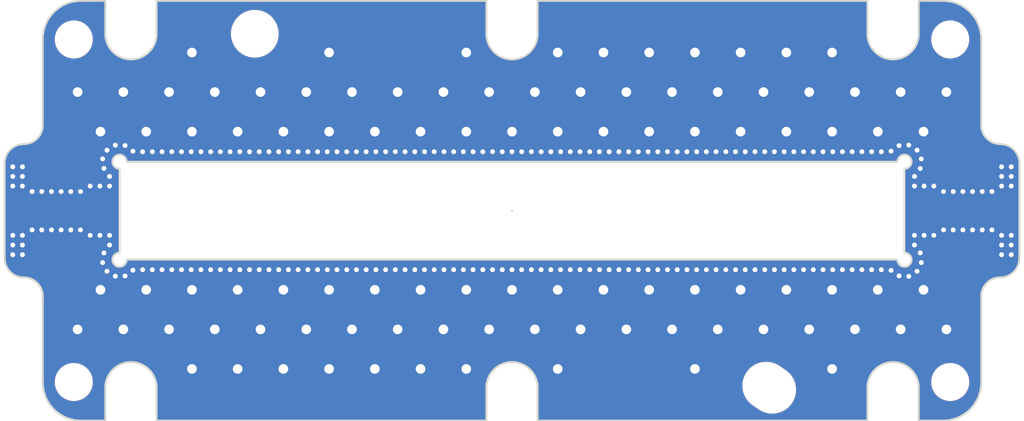
<source format=kicad_pcb>
(kicad_pcb (version 20241229) (generator "pcbnew") (generator_version "9.0")
  (layers (0 "F.Cu" signal) (2 "B.Cu" signal) (13 "F.Paste" user) (15 "B.Paste" user) (5 "F.SilkS" user "F.Silkscreen") (7 "B.SilkS" user "B.Silkscreen") (1 "F.Mask" user) (3 "B.Mask" user) (25 "Edge.Cuts" user))
  (net 0 "")
  (net 1 "GND")
  (net 2 "1")
  (net 3 "2")
  (footprint "" (layer "F.Cu") (at -23 -9)
    (property "Reference" "FID1" (hide yes))
    (property "Value" "MOUNTING_HOLE" (hide yes))
    (pad "" np_thru_hole circle (at 0 0) (size 1.5 1.5) (drill 1.5) (layers "*.Cu" "*.Mask"))
  )
  (footprint "" (layer "F.Cu") (at 13.5 9.3 55.43747535)
    (property "Reference" "DOWEL2" (hide yes))
    (property "Value" "MOUNTING_HOLE" (hide yes))
    (pad "" np_thru_hole oval (at 0 0 55.43747535) (size 2.009999 2.390999) (drill oval 2.01 2.391) (layers "*.Cu" "*.Mask"))
  )
  (footprint "" (layer "F.Cu") (at 0 0)
    (property "Reference" "CUTOUT1" (hide yes))
    (property "Value" "CHIP_CUTOUT" (hide yes))
    (fp_line (start -20.6 2.2) (end -20.6 -2.2) (stroke (width 0.1)) (layer "Edge.Cuts"))
    (fp_line (start 20.225 -2.575) (end -20.225 -2.575) (stroke (width 0.1)) (layer "Edge.Cuts"))
    (fp_line (start 20.225 2.575) (end -20.225 2.575) (stroke (width 0.1)) (layer "Edge.Cuts"))
    (fp_line (start 20.6 2.2) (end 20.6 -2.2) (stroke (width 0.1)) (layer "Edge.Cuts"))
    (fp_arc (start -20.6 -2.2) (mid -20.865165 -2.840165) (end -20.225 -2.575) (stroke (width 0.1)) (layer "Edge.Cuts"))
    (fp_arc (start -20.225 2.575) (mid -20.865165 2.840165) (end -20.6 2.2) (stroke (width 0.1)) (layer "Edge.Cuts"))
    (fp_arc (start 20.225 -2.575) (mid 20.865165 -2.840165) (end 20.6 -2.2) (stroke (width 0.1)) (layer "Edge.Cuts"))
    (fp_arc (start 20.6 2.2) (mid 20.865165 2.840165) (end 20.225 2.575) (stroke (width 0.1)) (layer "Edge.Cuts"))
    (pad "1" smd custom (at -22.574358 0) (size 0.25 0.25) (layers "F.Cu" "F.Mask") (net 2 "1") (options (clearance outline) (anchor circle)) (primitives (gr_poly (pts (xy 0.714 -0.15) (xy 0.334 -0.15) (xy 0.334 -0.363) (xy -1.974 -0.363) (xy -1.974 0.363) (xy 0.334 0.363) (xy 0.334 0.15) (xy 0.714 0.15) (xy 0.714 0.65) (xy 1.974 0.65) (xy 1.974 -0.65) (xy 0.714 -0.65) (xy 0.714 -0.15)) (width 0) (fill yes))))
    (pad "2" smd custom (at -22.574358 0) (size 0.1 0.1) (layers "F.Cu") (net 1 "GND") (options (clearance outline) (anchor circle)) (primitives (gr_poly (pts (xy 0.334 0.563) (xy -1.974 0.563) (xy -1.974 1.25) (xy 1.974 1.25) (xy 1.974 0.85) (xy 0.334 0.85) (xy 0.334 0.563)) (width 0) (fill yes))))
    (pad "2" smd custom (at -22.574358 0) (size 0.1 0.1) (layers "F.Cu") (net 1 "GND") (options (clearance outline) (anchor circle)) (primitives (gr_poly (pts (xy -1.974 -1.25) (xy -1.974 -0.563) (xy 0.334 -0.563) (xy 0.334 -0.85) (xy 1.974 -0.85) (xy 1.974 -1.25) (xy -1.974 -1.25)) (width 0) (fill yes))))
    (pad "2" smd custom (at 22.574358 0) (size 0.1 0.1) (layers "F.Cu") (net 1 "GND") (options (clearance outline) (anchor circle)) (primitives (gr_poly (pts (xy -0.334 0.563) (xy 1.974 0.563) (xy 1.974 1.25) (xy -1.974 1.25) (xy -1.974 0.85) (xy -0.334 0.85) (xy -0.334 0.563)) (width 0) (fill yes))))
    (pad "2" smd custom (at 22.574358 0) (size 0.1 0.1) (layers "F.Cu") (net 1 "GND") (options (clearance outline) (anchor circle)) (primitives (gr_poly (pts (xy 1.974 -1.25) (xy 1.974 -0.563) (xy -0.334 -0.563) (xy -0.334 -0.85) (xy -1.974 -0.85) (xy -1.974 -1.25) (xy 1.974 -1.25)) (width 0) (fill yes))))
    (pad "2" smd custom (at 22.574358 0) (size 0.25 0.25) (layers "F.Cu" "F.Mask") (net 3 "2") (options (clearance outline) (anchor circle)) (primitives (gr_poly (pts (xy -0.714 -0.15) (xy -0.334 -0.15) (xy -0.334 -0.363) (xy 1.974 -0.363) (xy 1.974 0.363) (xy -0.334 0.363) (xy -0.334 0.15) (xy -0.714 0.15) (xy -0.714 0.65) (xy -1.974 0.65) (xy -1.974 -0.65) (xy -0.714 -0.65) (xy -0.714 -0.15)) (width 0) (fill yes))))
    (zone (net 0) (net_name "") (layer "F.Cu") (name "Panel Keepout") (connect_pads (clearance 0)) (min_thickness 0.25)
      (keepout (tracks allowed) (vias not_allowed) (pads allowed) (copperpour not_allowed) (footprints not_allowed))
      (fill (thermal_gap 0.5) (thermal_bridge_width 0.5))
      (polygon (pts (xy -24.548717 -1.25) (xy -20.6 -1.25) (xy -20.6 1.25) (xy -24.548717 1.25)))
    )
    (zone (net 0) (net_name "") (layer "F.Cu") (name "Panel Keepout") (connect_pads (clearance 0)) (min_thickness 0.25)
      (keepout (tracks allowed) (vias not_allowed) (pads allowed) (copperpour not_allowed) (footprints not_allowed))
      (fill (thermal_gap 0.5) (thermal_bridge_width 0.5))
      (polygon (pts (xy 20.6 -1.25) (xy 24.548717 -1.25) (xy 24.548717 1.25) (xy 20.6 1.25)))
    )
  )
  (footprint "" (layer "F.Cu") (at 23 9)
    (property "Reference" "FID4" (hide yes))
    (property "Value" "MOUNTING_HOLE" (hide yes))
    (pad "" np_thru_hole circle (at 0 0) (size 1.5 1.5) (drill 1.5) (layers "*.Cu" "*.Mask"))
  )
  (footprint "" (layer "F.Cu") (at -23 9)
    (property "Reference" "FID2" (hide yes))
    (property "Value" "MOUNTING_HOLE" (hide yes))
    (pad "" np_thru_hole circle (at 0 0) (size 1.5 1.5) (drill 1.5) (layers "*.Cu" "*.Mask"))
  )
  (footprint "" (layer "F.Cu") (at 23 -9)
    (property "Reference" "FID3" (hide yes))
    (property "Value" "MOUNTING_HOLE" (hide yes))
    (pad "" np_thru_hole circle (at 0 0) (size 1.5 1.5) (drill 1.5) (layers "*.Cu" "*.Mask"))
  )
  (footprint "" (layer "F.Cu") (at -13.5 -9.3)
    (property "Reference" "DOWEL1" (hide yes))
    (property "Value" "MOUNTING_HOLE" (hide yes))
    (pad "" np_thru_hole circle (at 0 0) (size 2.009999 2.009999) (drill 2.009999) (layers "*.Cu" "*.Mask"))
  )
  (footprint "" (layer "F.Cu") (at -26.6238 0)
    (property "Reference" "J1" (hide yes))
    (property "Value" "PANEL" (hide yes))
    (pad "1" smd custom (at 1 0) (size 0.05 0.05) (layers "F.Cu") (net 2 "1") (options (clearance outline) (anchor circle)) (primitives (gr_poly (pts (xy -0.15 -0.2) (xy 0.08 -0.2) (xy 0.08 -0.363) (xy 2.382 -0.363) (xy 2.382 0.363) (xy 0.08 0.363) (xy 0.08 0.2) (xy -0.15 0.2) (xy -0.15 0.55) (xy -0.924 0.55) (xy -0.924 -0.55) (xy -0.15 -0.55) (xy -0.15 -0.2)) (width 0) (fill yes))))
    (pad "2" smd custom (at 1 -1) (size 0.1 0.1) (layers "F.Cu") (net 1 "GND") (options (clearance outline) (anchor circle)) (primitives (gr_poly (pts (xy 2.382 -1.45) (xy 2.382 0.436999) (xy 0.08 0.436999) (xy 0.08 0.15) (xy -1 0.15) (xy -1 -1.45) (xy 2.382 -1.45)) (width 0) (fill yes))))
    (pad "2" smd custom (at 1 1) (size 0.1 0.1) (layers "F.Cu") (net 1 "GND") (options (clearance outline) (anchor circle)) (primitives (gr_poly (pts (xy 0.08 -0.436999) (xy 2.382 -0.436999) (xy 2.382 1.45) (xy -1 1.45) (xy -1 -0.15) (xy 0.08 -0.15) (xy 0.08 -0.436999)) (width 0) (fill yes))))
    (zone (net 0) (net_name "") (layer "F.Cu") (name "Panel Keepout") (connect_pads (clearance 0)) (min_thickness 0.25)
      (keepout (tracks allowed) (vias not_allowed) (pads allowed) (copperpour not_allowed) (footprints not_allowed))
      (fill (thermal_gap 0.5) (thermal_bridge_width 0.5))
      (polygon (pts (xy -26.6238 -1.7) (xy -23.341466 -1.7) (xy -23.341466 1.7) (xy -26.6238 1.7)))
    )
  )
  (footprint "" (layer "F.Cu") (at 26.6238 0 180)
    (property "Reference" "J1" (hide yes))
    (property "Value" "PANEL" (hide yes))
    (pad "1" smd custom (at 1 0 180) (size 0.05 0.05) (layers "F.Cu") (net 3 "2") (options (clearance outline) (anchor circle)) (primitives (gr_poly (pts (xy -0.15 -0.2) (xy 0.08 -0.2) (xy 0.08 -0.363) (xy 2.382 -0.363) (xy 2.382 0.363) (xy 0.08 0.363) (xy 0.08 0.2) (xy -0.15 0.2) (xy -0.15 0.55) (xy -0.924 0.55) (xy -0.924 -0.55) (xy -0.15 -0.55) (xy -0.15 -0.2)) (width 0) (fill yes))))
    (pad "2" smd custom (at 0.999999 1 180) (size 0.1 0.1) (layers "F.Cu") (net 1 "GND") (options (clearance outline) (anchor circle)) (primitives (gr_poly (pts (xy 0.08 -0.436999) (xy 2.382 -0.436999) (xy 2.382 1.45) (xy -1 1.45) (xy -1 -0.15) (xy 0.08 -0.15) (xy 0.08 -0.436999)) (width 0) (fill yes))))
    (pad "2" smd custom (at 1 -0.999999 180) (size 0.1 0.1) (layers "F.Cu") (net 1 "GND") (options (clearance outline) (anchor circle)) (primitives (gr_poly (pts (xy 2.382 -1.45) (xy 2.382 0.436999) (xy 0.08 0.436999) (xy 0.08 0.15) (xy -1 0.15) (xy -1 -1.45) (xy 2.382 -1.45)) (width 0) (fill yes))))
    (zone (net 0) (net_name "") (layer "F.Cu") (name "Panel Keepout") (connect_pads (clearance 0)) (min_thickness 0.25)
      (keepout (tracks allowed) (vias not_allowed) (pads allowed) (copperpour not_allowed) (footprints not_allowed))
      (fill (thermal_gap 0.5) (thermal_bridge_width 0.5))
      (polygon (pts (xy 26.6238 1.7) (xy 23.341466 1.699999) (xy 23.341466 -1.7) (xy 26.6238 -1.7)))
    )
  )
  (gr_arc (start 18.65 9.3) (mid 20 7.95) (end 21.35 9.3) (stroke (width 0.1)) (layer "Edge.Cuts"))
  (gr_arc (start 22.6238 -11.0238) (mid 24.038014 -10.438014) (end 24.6238 -9.0238) (stroke (width 0.1)) (layer "Edge.Cuts"))
  (gr_arc (start -24.6238 -9.0238) (mid -24.038014 -10.438013) (end -22.6238 -11.0238) (stroke (width 0.1)) (layer "Edge.Cuts"))
  (gr_arc (start 25.6238 -3.5) (mid 24.916694 -3.792893) (end 24.6238 -4.5) (stroke (width 0.1)) (layer "Edge.Cuts"))
  (gr_arc (start -24.6238 -4.5) (mid -24.916694 -3.792894) (end -25.6238 -3.5) (stroke (width 0.1)) (layer "Edge.Cuts"))
  (gr_line (start -21.35 -11.0238) (end -21.35 -9.3) (stroke (width 0.1)) (layer "Edge.Cuts"))
  (gr_line (start -24.6238 4.5) (end -24.6238 9.0238) (stroke (width 0.1)) (layer "Edge.Cuts"))
  (gr_line (start 21.35 11.0238) (end 22.6238 11.0238) (stroke (width 0.1)) (layer "Edge.Cuts"))
  (gr_line (start 1.35 9.3) (end 1.35 11.0238) (stroke (width 0.1)) (layer "Edge.Cuts"))
  (gr_line (start 21.35 9.3) (end 21.35 11.0238) (stroke (width 0.1)) (layer "Edge.Cuts"))
  (gr_arc (start 24.6238 9.0238) (mid 24.038014 10.438013) (end 22.6238 11.0238) (stroke (width 0.1)) (layer "Edge.Cuts"))
  (gr_line (start -18.65 9.3) (end -18.65 11.0238) (stroke (width 0.1)) (layer "Edge.Cuts"))
  (gr_line (start 21.35 -11.0238) (end 22.6238 -11.0238) (stroke (width 0.1)) (layer "Edge.Cuts"))
  (gr_arc (start -26.6238 -2.5) (mid -26.330906 -3.207106) (end -25.6238 -3.5) (stroke (width 0.1)) (layer "Edge.Cuts"))
  (gr_line (start -1.35 11.0238) (end -1.35 9.3) (stroke (width 0.1)) (layer "Edge.Cuts"))
  (gr_line (start 0 0) (end 0 0) (stroke (width 0.1)) (layer "Edge.Cuts"))
  (gr_arc (start -25.6238 3.5) (mid -24.916694 3.792893) (end -24.6238 4.5) (stroke (width 0.1)) (layer "Edge.Cuts"))
  (gr_arc (start 26.6238 2.5) (mid 26.330906 3.207106) (end 25.6238 3.5) (stroke (width 0.1)) (layer "Edge.Cuts"))
  (gr_line (start -26.6238 -2.5) (end -26.6238 2.5) (stroke (width 0.1)) (layer "Edge.Cuts"))
  (gr_line (start 24.6238 -4.5) (end 24.6238 -9.0238) (stroke (width 0.1)) (layer "Edge.Cuts"))
  (gr_line (start 26.6238 2.5) (end 26.6238 -2.5) (stroke (width 0.1)) (layer "Edge.Cuts"))
  (gr_line (start -24.6238 -4.5) (end -24.6238 -9.0238) (stroke (width 0.1)) (layer "Edge.Cuts"))
  (gr_line (start -21.35 11.0238) (end -21.35 9.3) (stroke (width 0.1)) (layer "Edge.Cuts"))
  (gr_arc (start -21.35 9.3) (mid -20 7.95) (end -18.65 9.3) (stroke (width 0.1)) (layer "Edge.Cuts"))
  (gr_line (start -18.65 -11.0238) (end -1.35 -11.0238) (stroke (width 0.1)) (layer "Edge.Cuts"))
  (gr_arc (start 24.6238 4.5) (mid 24.916693 3.792893) (end 25.6238 3.5) (stroke (width 0.1)) (layer "Edge.Cuts"))
  (gr_line (start 0 0) (end 0 0) (stroke (width 0.1)) (layer "Edge.Cuts"))
  (gr_arc (start -1.35 9.3) (mid 0 7.95) (end 1.35 9.3) (stroke (width 0.1)) (layer "Edge.Cuts"))
  (gr_arc (start -18.65 -9.3) (mid -20 -7.95) (end -21.35 -9.3) (stroke (width 0.1)) (layer "Edge.Cuts"))
  (gr_line (start -1.35 -11.0238) (end -1.35 -9.3) (stroke (width 0.1)) (layer "Edge.Cuts"))
  (gr_arc (start 25.6238 -3.5) (mid 26.330907 -3.207107) (end 26.6238 -2.5) (stroke (width 0.1)) (layer "Edge.Cuts"))
  (gr_arc (start 21.35 -9.3) (mid 20 -7.95) (end 18.65 -9.3) (stroke (width 0.1)) (layer "Edge.Cuts"))
  (gr_line (start -18.65 -9.3) (end -18.65 -11.0238) (stroke (width 0.1)) (layer "Edge.Cuts"))
  (gr_line (start 21.35 -9.3) (end 21.35 -11.0238) (stroke (width 0.1)) (layer "Edge.Cuts"))
  (gr_arc (start -25.6238 3.5) (mid -26.330906 3.207106) (end -26.6238 2.5) (stroke (width 0.1)) (layer "Edge.Cuts"))
  (gr_line (start 1.35 11.0238) (end 18.65 11.0238) (stroke (width 0.1)) (layer "Edge.Cuts"))
  (gr_line (start 1.35 -11.0238) (end 18.65 -11.0238) (stroke (width 0.1)) (layer "Edge.Cuts"))
  (gr_line (start -22.6238 11.0238) (end -21.35 11.0238) (stroke (width 0.1)) (layer "Edge.Cuts"))
  (gr_line (start 1.35 -9.3) (end 1.35 -11.0238) (stroke (width 0.1)) (layer "Edge.Cuts"))
  (gr_line (start 24.6238 4.5) (end 24.6238 9.0238) (stroke (width 0.1)) (layer "Edge.Cuts"))
  (gr_line (start -18.65 11.0238) (end -1.35 11.0238) (stroke (width 0.1)) (layer "Edge.Cuts"))
  (gr_arc (start 1.35 -9.3) (mid 0 -7.95) (end -1.35 -9.3) (stroke (width 0.1)) (layer "Edge.Cuts"))
  (gr_line (start 18.65 -11.0238) (end 18.65 -9.3) (stroke (width 0.1)) (layer "Edge.Cuts"))
  (gr_arc (start -22.6238 11.0238) (mid -24.038014 10.438014) (end -24.6238 9.0238) (stroke (width 0.1)) (layer "Edge.Cuts"))
  (gr_line (start 18.65 11.0238) (end 18.65 9.3) (stroke (width 0.1)) (layer "Edge.Cuts"))
  (gr_line (start -22.6238 -11.0238) (end -21.35 -11.0238) (stroke (width 0.1)) (layer "Edge.Cuts"))
  (gr_text "2G3" (at 7 9.3 0) (layer "F.Cu" knockout) (effects (font (size 1.27 1.27))))
  (gr_text "007" (at -7 -9.3 0) (layer "F.Cu" knockout) (effects (font (size 1.27 1.27))))
  (via (at -10.8 -6.235382) (size 1.016) (drill 0.508) (layers "F.Cu" "B.Cu") (net 1))
  (via (at 6 6.235382) (size 1.016) (drill 0.508) (layers "F.Cu" "B.Cu") (net 1))
  (via (at 21.124699 -1.2945) (size 0.508) (drill 0.254) (layers "F.Cu" "B.Cu") (net 1))
  (via (at -21.488478 2.724995) (size 0.508) (drill 0.254) (layers "F.Cu" "B.Cu") (net 1))
  (via (at -18 -6.235382) (size 1.016) (drill 0.508) (layers "F.Cu" "B.Cu") (net 1))
  (via (at -24.1727 -1.006999) (size 0.508) (drill 0.254) (layers "F.Cu" "B.Cu") (net 1))
  (via (at 19.384872 3.1) (size 0.508) (drill 0.254) (layers "F.Cu" "B.Cu") (net 1))
  (via (at 25.6967 -1.2945) (size 0.508) (drill 0.254) (layers "F.Cu" "B.Cu") (net 1))
  (via (at 3.059266 3.1) (size 0.508) (drill 0.254) (layers "F.Cu" "B.Cu") (net 1))
  (via (at 9.691543 3.1) (size 0.508) (drill 0.254) (layers "F.Cu" "B.Cu") (net 1))
  (via (at 1.018426 -3.1) (size 0.508) (drill 0.254) (layers "F.Cu" "B.Cu") (net 1))
  (via (at 22.1407 1.294499) (size 0.508) (drill 0.254) (layers "F.Cu" "B.Cu") (net 1))
  (via (at -12.756009 -3.1) (size 0.508) (drill 0.254) (layers "F.Cu" "B.Cu") (net 1))
  (via (at -12 8.313843) (size 1.016) (drill 0.508) (layers "F.Cu" "B.Cu") (net 1))
  (via (at -14.399999 8.313843) (size 1.016) (drill 0.508) (layers "F.Cu" "B.Cu") (net 1))
  (via (at -20.4 6.235382) (size 1.016) (drill 0.508) (layers "F.Cu" "B.Cu") (net 1))
  (via (at 20.4 6.235382) (size 1.016) (drill 0.508) (layers "F.Cu" "B.Cu") (net 1))
  (via (at -10.205187 -3.1) (size 0.508) (drill 0.254) (layers "F.Cu" "B.Cu") (net 1))
  (via (at 21.480218 -2.722872) (size 0.508) (drill 0.254) (layers "F.Cu" "B.Cu") (net 1))
  (via (at -10.799999 6.235382) (size 1.016) (drill 0.508) (layers "F.Cu" "B.Cu") (net 1))
  (via (at -13.2 -6.235382) (size 1.016) (drill 0.508) (layers "F.Cu" "B.Cu") (net 1))
  (via (at 21.6 4.156921) (size 1.016) (drill 0.508) (layers "F.Cu" "B.Cu") (net 1))
  (via (at -3.599999 6.235382) (size 1.016) (drill 0.508) (layers "F.Cu" "B.Cu") (net 1))
  (via (at -23.156699 -1.006999) (size 0.508) (drill 0.254) (layers "F.Cu" "B.Cu") (net 1))
  (via (at 9.6 8.313843) (size 1.016) (drill 0.508) (layers "F.Cu" "B.Cu") (net 1))
  (via (at -4.083186 3.1) (size 0.508) (drill 0.254) (layers "F.Cu" "B.Cu") (net 1))
  (via (at -23.664699 -1.006999) (size 0.508) (drill 0.254) (layers "F.Cu" "B.Cu") (net 1))
  (via (at 24.680699 -1.006999) (size 0.508) (drill 0.254) (layers "F.Cu" "B.Cu") (net 1))
  (via (at 21.6327 -1.2945) (size 0.508) (drill 0.254) (layers "F.Cu" "B.Cu") (net 1))
  (via (at 14.793295 3.1) (size 0.508) (drill 0.254) (layers "F.Cu" "B.Cu") (net 1))
  (via (at -9.184937 3.1) (size 0.508) (drill 0.254) (layers "F.Cu" "B.Cu") (net 1))
  (via (at 14.4 4.156921) (size 1.016) (drill 0.508) (layers "F.Cu" "B.Cu") (net 1))
  (via (at -18.87798 -3.1) (size 0.508) (drill 0.254) (layers "F.Cu" "B.Cu") (net 1))
  (via (at -26.2047 1.8025) (size 0.508) (drill 0.254) (layers "F.Cu" "B.Cu") (net 1))
  (via (at 3.569441 3.1) (size 0.508) (drill 0.254) (layers "F.Cu" "B.Cu") (net 1))
  (via (at -7.144237 3.1) (size 0.508) (drill 0.254) (layers "F.Cu" "B.Cu") (net 1))
  (via (at 5.609904 -3.1) (size 0.508) (drill 0.254) (layers "F.Cu" "B.Cu") (net 1))
  (via (at 2.4 8.313843) (size 1.016) (drill 0.508) (layers "F.Cu" "B.Cu") (net 1))
  (via (at -7.199999 4.156921) (size 1.016) (drill 0.508) (layers "F.Cu" "B.Cu") (net 1))
  (via (at -3.062887 -3.1) (size 0.508) (drill 0.254) (layers "F.Cu" "B.Cu") (net 1))
  (via (at 13.772945 3.1) (size 0.508) (drill 0.254) (layers "F.Cu" "B.Cu") (net 1))
  (via (at 16.799999 -4.156921) (size 1.016) (drill 0.508) (layers "F.Cu" "B.Cu") (net 1))
  (via (at -0.001902 -3.1) (size 0.508) (drill 0.254) (layers "F.Cu" "B.Cu") (net 1))
  (via (at 21.425087 2.214866) (size 0.508) (drill 0.254) (layers "F.Cu" "B.Cu") (net 1))
  (via (at 6.120069 -3.1) (size 0.508) (drill 0.254) (layers "F.Cu" "B.Cu") (net 1))
  (via (at 21.124699 1.802499) (size 0.508) (drill 0.254) (layers "F.Cu" "B.Cu") (net 1))
  (via (at -15.30704 3.1) (size 0.508) (drill 0.254) (layers "F.Cu" "B.Cu") (net 1))
  (via (at -1.199999 6.235382) (size 1.016) (drill 0.508) (layers "F.Cu" "B.Cu") (net 1))
  (via (at -4.8 -4.156921) (size 1.016) (drill 0.508) (layers "F.Cu" "B.Cu") (net 1))
  (via (at -2.042559 -3.1) (size 0.508) (drill 0.254) (layers "F.Cu" "B.Cu") (net 1))
  (via (at 26.2047 2.3105) (size 0.508) (drill 0.254) (layers "F.Cu" "B.Cu") (net 1))
  (via (at -11.999999 4.156921) (size 1.016) (drill 0.508) (layers "F.Cu" "B.Cu") (net 1))
  (via (at -8.164587 3.1) (size 0.508) (drill 0.254) (layers "F.Cu" "B.Cu") (net 1))
  (via (at -19.388441 3.1) (size 0.508) (drill 0.254) (layers "F.Cu" "B.Cu") (net 1))
  (via (at -25.6967 -2.3105) (size 0.508) (drill 0.254) (layers "F.Cu" "B.Cu") (net 1))
  (via (at 25.6967 -2.3105) (size 0.508) (drill 0.254) (layers "F.Cu" "B.Cu") (net 1))
  (via (at 22.648699 -1.006999) (size 0.508) (drill 0.254) (layers "F.Cu" "B.Cu") (net 1))
  (via (at -26.2047 -2.3105) (size 0.508) (drill 0.254) (layers "F.Cu" "B.Cu") (net 1))
  (via (at -3.573052 -3.1) (size 0.508) (drill 0.254) (layers "F.Cu" "B.Cu") (net 1))
  (via (at 10.799999 -6.235382) (size 1.016) (drill 0.508) (layers "F.Cu" "B.Cu") (net 1))
  (via (at 20.825037 3.447987) (size 0.508) (drill 0.254) (layers "F.Cu" "B.Cu") (net 1))
  (via (at 11.731876 -3.1) (size 0.508) (drill 0.254) (layers "F.Cu" "B.Cu") (net 1))
  (via (at -19.897957 3.125917) (size 0.508) (drill 0.254) (layers "F.Cu" "B.Cu") (net 1))
  (via (at -21.124699 -1.8025) (size 0.508) (drill 0.254) (layers "F.Cu" "B.Cu") (net 1))
  (via (at 11.222069 3.1) (size 0.508) (drill 0.254) (layers "F.Cu" "B.Cu") (net 1))
  (via (at -20.819863 3.44089) (size 0.508) (drill 0.254) (layers "F.Cu" "B.Cu") (net 1))
  (via (at 10.711547 -3.1) (size 0.508) (drill 0.254) (layers "F.Cu" "B.Cu") (net 1))
  (via (at -9.184859 -3.1) (size 0.508) (drill 0.254) (layers "F.Cu" "B.Cu") (net 1))
  (via (at 0.508262 -3.1) (size 0.508) (drill 0.254) (layers "F.Cu" "B.Cu") (net 1))
  (via (at -16.799999 -4.156921) (size 1.016) (drill 0.508) (layers "F.Cu" "B.Cu") (net 1))
  (via (at -21.124699 -1.2945) (size 0.508) (drill 0.254) (layers "F.Cu" "B.Cu") (net 1))
  (via (at 8.160726 -3.1) (size 0.508) (drill 0.254) (layers "F.Cu" "B.Cu") (net 1))
  (via (at -15.817215 3.1) (size 0.508) (drill 0.254) (layers "F.Cu" "B.Cu") (net 1))
  (via (at -7.654366 -3.1) (size 0.508) (drill 0.254) (layers "F.Cu" "B.Cu") (net 1))
  (via (at 13.26277 3.1) (size 0.508) (drill 0.254) (layers "F.Cu" "B.Cu") (net 1))
  (via (at 21.124699 1.294499) (size 0.508) (drill 0.254) (layers "F.Cu" "B.Cu") (net 1))
  (via (at -26.2047 1.2945) (size 0.508) (drill 0.254) (layers "F.Cu" "B.Cu") (net 1))
  (via (at 8.67089 -3.1) (size 0.508) (drill 0.254) (layers "F.Cu" "B.Cu") (net 1))
  (via (at 5.099967 3.1) (size 0.508) (drill 0.254) (layers "F.Cu" "B.Cu") (net 1))
  (via (at -13.266173 -3.1) (size 0.508) (drill 0.254) (layers "F.Cu" "B.Cu") (net 1))
  (via (at 16.799999 -8.313843) (size 1.016) (drill 0.508) (layers "F.Cu" "B.Cu") (net 1))
  (via (at 24.1727 1.006999) (size 0.508) (drill 0.254) (layers "F.Cu" "B.Cu") (net 1))
  (via (at 17.853847 -3.1) (size 0.508) (drill 0.254) (layers "F.Cu" "B.Cu") (net 1))
  (via (at -5.103536 3.1) (size 0.508) (drill 0.254) (layers "F.Cu" "B.Cu") (net 1))
  (via (at 11.732244 3.1) (size 0.508) (drill 0.254) (layers "F.Cu" "B.Cu") (net 1))
  (via (at 17.854346 3.1) (size 0.508) (drill 0.254) (layers "F.Cu" "B.Cu") (net 1))
  (via (at -21.125 1.80165) (size 0.508) (drill 0.254) (layers "F.Cu" "B.Cu") (net 1))
  (via (at 3.6 6.235382) (size 1.016) (drill 0.508) (layers "F.Cu" "B.Cu") (net 1))
  (via (at 21.6327 1.294499) (size 0.508) (drill 0.254) (layers "F.Cu" "B.Cu") (net 1))
  (via (at 2.038916 3.1) (size 0.508) (drill 0.254) (layers "F.Cu" "B.Cu") (net 1))
  (via (at -26.2047 2.3105) (size 0.508) (drill 0.254) (layers "F.Cu" "B.Cu") (net 1))
  (via (at 21.260181 -3.183144) (size 0.508) (drill 0.254) (layers "F.Cu" "B.Cu") (net 1))
  (via (at 11.999999 -4.156921) (size 1.016) (drill 0.508) (layers "F.Cu" "B.Cu") (net 1))
  (via (at 20.314822 -3.419863) (size 0.508) (drill 0.254) (layers "F.Cu" "B.Cu") (net 1))
  (via (at 14.792861 -3.1) (size 0.508) (drill 0.254) (layers "F.Cu" "B.Cu") (net 1))
  (via (at -26.2047 -1.2945) (size 0.508) (drill 0.254) (layers "F.Cu" "B.Cu") (net 1))
  (via (at -4.799999 4.156921) (size 1.016) (drill 0.508) (layers "F.Cu" "B.Cu") (net 1))
  (via (at 6.120317 3.1) (size 0.508) (drill 0.254) (layers "F.Cu" "B.Cu") (net 1))
  (via (at 22.648699 1.006999) (size 0.508) (drill 0.254) (layers "F.Cu" "B.Cu") (net 1))
  (via (at 4.589576 -3.1) (size 0.508) (drill 0.254) (layers "F.Cu" "B.Cu") (net 1))
  (via (at 9.599999 -8.313843) (size 1.016) (drill 0.508) (layers "F.Cu" "B.Cu") (net 1))
  (via (at -21.488365 -2.725506) (size 0.508) (drill 0.254) (layers "F.Cu" "B.Cu") (net 1))
  (via (at 22.8 6.235382) (size 1.016) (drill 0.508) (layers "F.Cu" "B.Cu") (net 1))
  (via (at 12 -8.313843) (size 1.016) (drill 0.508) (layers "F.Cu" "B.Cu") (net 1))
  (via (at -21.124699 1.2945) (size 0.508) (drill 0.254) (layers "F.Cu" "B.Cu") (net 1))
  (via (at 13.2 6.235382) (size 1.016) (drill 0.508) (layers "F.Cu" "B.Cu") (net 1))
  (via (at 8.399999 -6.235382) (size 1.016) (drill 0.508) (layers "F.Cu" "B.Cu") (net 1))
  (via (at -20.30988 3.426913) (size 0.508) (drill 0.254) (layers "F.Cu" "B.Cu") (net 1))
  (via (at 16.8 8.313843) (size 1.016) (drill 0.508) (layers "F.Cu" "B.Cu") (net 1))
  (via (at 7.199999 -4.156921) (size 1.016) (drill 0.508) (layers "F.Cu" "B.Cu") (net 1))
  (via (at -4.083216 -3.1) (size 0.508) (drill 0.254) (layers "F.Cu" "B.Cu") (net 1))
  (via (at -18.367816 -3.1) (size 0.508) (drill 0.254) (layers "F.Cu" "B.Cu") (net 1))
  (via (at -0.001784 3.1) (size 0.508) (drill 0.254) (layers "F.Cu" "B.Cu") (net 1))
  (via (at 19.2 4.156921) (size 1.016) (drill 0.508) (layers "F.Cu" "B.Cu") (net 1))
  (via (at 23.664699 -1.006999) (size 0.508) (drill 0.254) (layers "F.Cu" "B.Cu") (net 1))
  (via (at -14.4 4.156921) (size 1.016) (drill 0.508) (layers "F.Cu" "B.Cu") (net 1))
  (via (at -4.59338 -3.1) (size 0.508) (drill 0.254) (layers "F.Cu" "B.Cu") (net 1))
  (via (at -1.2 -6.235382) (size 1.016) (drill 0.508) (layers "F.Cu" "B.Cu") (net 1))
  (via (at -1.53231 3.1) (size 0.508) (drill 0.254) (layers "F.Cu" "B.Cu") (net 1))
  (via (at -15.6 -6.235382) (size 1.016) (drill 0.508) (layers "F.Cu" "B.Cu") (net 1))
  (via (at 21.125 -1.80334) (size 0.508) (drill 0.254) (layers "F.Cu" "B.Cu") (net 1))
  (via (at -6.634061 3.1) (size 0.508) (drill 0.254) (layers "F.Cu" "B.Cu") (net 1))
  (via (at -23.156699 1.006999) (size 0.508) (drill 0.254) (layers "F.Cu" "B.Cu") (net 1))
  (via (at 18.874697 3.1) (size 0.508) (drill 0.254) (layers "F.Cu" "B.Cu") (net 1))
  (via (at -6 -6.235382) (size 1.016) (drill 0.508) (layers "F.Cu" "B.Cu") (net 1))
  (via (at -24.1727 1.006999) (size 0.508) (drill 0.254) (layers "F.Cu" "B.Cu") (net 1))
  (via (at -8.399999 6.235382) (size 1.016) (drill 0.508) (layers "F.Cu" "B.Cu") (net 1))
  (via (at 6.630233 -3.1) (size 0.508) (drill 0.254) (layers "F.Cu" "B.Cu") (net 1))
  (via (at -21.6327 -1.2945) (size 0.508) (drill 0.254) (layers "F.Cu" "B.Cu") (net 1))
  (via (at -1.022134 3.1) (size 0.508) (drill 0.254) (layers "F.Cu" "B.Cu") (net 1))
  (via (at 4.8 4.156921) (size 1.016) (drill 0.508) (layers "F.Cu" "B.Cu") (net 1))
  (via (at -16.8 -8.313843) (size 1.016) (drill 0.508) (layers "F.Cu" "B.Cu") (net 1))
  (via (at 22.1407 -1.2945) (size 0.508) (drill 0.254) (layers "F.Cu" "B.Cu") (net 1))
  (via (at -12.756164 3.1) (size 0.508) (drill 0.254) (layers "F.Cu" "B.Cu") (net 1))
  (via (at -17.857651 -3.1) (size 0.508) (drill 0.254) (layers "F.Cu" "B.Cu") (net 1))
  (via (at 7.140397 -3.1) (size 0.508) (drill 0.254) (layers "F.Cu" "B.Cu") (net 1))
  (via (at -8.4 -6.235382) (size 1.016) (drill 0.508) (layers "F.Cu" "B.Cu") (net 1))
  (via (at 3.569247 -3.1) (size 0.508) (drill 0.254) (layers "F.Cu" "B.Cu") (net 1))
  (via (at -4.799999 8.313843) (size 1.016) (drill 0.508) (layers "F.Cu" "B.Cu") (net 1))
  (via (at -5.613709 -3.1) (size 0.508) (drill 0.254) (layers "F.Cu" "B.Cu") (net 1))
  (via (at -21.25853 3.18041) (size 0.508) (drill 0.254) (layers "F.Cu" "B.Cu") (net 1))
  (via (at 26.2047 -1.2945) (size 0.508) (drill 0.254) (layers "F.Cu" "B.Cu") (net 1))
  (via (at -2.399999 8.313843) (size 1.016) (drill 0.508) (layers "F.Cu" "B.Cu") (net 1))
  (via (at 10.201383 -3.1) (size 0.508) (drill 0.254) (layers "F.Cu" "B.Cu") (net 1))
  (via (at -3.57301 3.1) (size 0.508) (drill 0.254) (layers "F.Cu" "B.Cu") (net 1))
  (via (at 9.691219 -3.1) (size 0.508) (drill 0.254) (layers "F.Cu" "B.Cu") (net 1))
  (via (at 15.81319 -3.1) (size 0.508) (drill 0.254) (layers "F.Cu" "B.Cu") (net 1))
  (via (at 15.813645 3.1) (size 0.508) (drill 0.254) (layers "F.Cu" "B.Cu") (net 1))
  (via (at -15.30683 -3.1) (size 0.508) (drill 0.254) (layers "F.Cu" "B.Cu") (net 1))
  (via (at -9.695023 -3.1) (size 0.508) (drill 0.254) (layers "F.Cu" "B.Cu") (net 1))
  (via (at -10.715352 -3.1) (size 0.508) (drill 0.254) (layers "F.Cu" "B.Cu") (net 1))
  (via (at -26.2047 -1.8025) (size 0.508) (drill 0.254) (layers "F.Cu" "B.Cu") (net 1))
  (via (at 12.752204 -3.1) (size 0.508) (drill 0.254) (layers "F.Cu" "B.Cu") (net 1))
  (via (at 12 4.156921) (size 1.016) (drill 0.508) (layers "F.Cu" "B.Cu") (net 1))
  (via (at 7.140667 3.1) (size 0.508) (drill 0.254) (layers "F.Cu" "B.Cu") (net 1))
  (via (at 3.059083 -3.1) (size 0.508) (drill 0.254) (layers "F.Cu" "B.Cu") (net 1))
  (via (at -5.103544 -3.1) (size 0.508) (drill 0.254) (layers "F.Cu" "B.Cu") (net 1))
  (via (at -21.6 -4.156921) (size 1.016) (drill 0.508) (layers "F.Cu" "B.Cu") (net 1))
  (via (at 4.799999 -4.156921) (size 1.016) (drill 0.508) (layers "F.Cu" "B.Cu") (net 1))
  (via (at -22.648699 1.006999) (size 0.508) (drill 0.254) (layers "F.Cu" "B.Cu") (net 1))
  (via (at 3.599999 -6.235382) (size 1.016) (drill 0.508) (layers "F.Cu" "B.Cu") (net 1))
  (via (at -17.347487 -3.1) (size 0.508) (drill 0.254) (layers "F.Cu" "B.Cu") (net 1))
  (via (at -25.188699 1.006999) (size 0.508) (drill 0.254) (layers "F.Cu" "B.Cu") (net 1))
  (via (at 2.4 4.156921) (size 1.016) (drill 0.508) (layers "F.Cu" "B.Cu") (net 1))
  (via (at -13.776514 3.1) (size 0.508) (drill 0.254) (layers "F.Cu" "B.Cu") (net 1))
  (via (at 12.752594 3.1) (size 0.508) (drill 0.254) (layers "F.Cu" "B.Cu") (net 1))
  (via (at -17.857915 3.1) (size 0.508) (drill 0.254) (layers "F.Cu" "B.Cu") (net 1))
  (via (at -10.205288 3.1) (size 0.508) (drill 0.254) (layers "F.Cu" "B.Cu") (net 1))
  (via (at 26.2047 -1.8025) (size 0.508) (drill 0.254) (layers "F.Cu" "B.Cu") (net 1))
  (via (at -16.799999 8.313843) (size 1.016) (drill 0.508) (layers "F.Cu" "B.Cu") (net 1))
  (via (at 21.260674 3.18247) (size 0.508) (drill 0.254) (layers "F.Cu" "B.Cu") (net 1))
  (via (at 5.09974 -3.1) (size 0.508) (drill 0.254) (layers "F.Cu" "B.Cu") (net 1))
  (via (at -11.225516 -3.1) (size 0.508) (drill 0.254) (layers "F.Cu" "B.Cu") (net 1))
  (via (at 25.188699 1.006999) (size 0.508) (drill 0.254) (layers "F.Cu" "B.Cu") (net 1))
  (via (at 1.52859 -3.1) (size 0.508) (drill 0.254) (layers "F.Cu" "B.Cu") (net 1))
  (via (at -11.73568 -3.1) (size 0.508) (drill 0.254) (layers "F.Cu" "B.Cu") (net 1))
  (via (at -4.593361 3.1) (size 0.508) (drill 0.254) (layers "F.Cu" "B.Cu") (net 1))
  (via (at 9.6 4.156921) (size 1.016) (drill 0.508) (layers "F.Cu" "B.Cu") (net 1))
  (via (at -2.55266 3.1) (size 0.508) (drill 0.254) (layers "F.Cu" "B.Cu") (net 1))
  (via (at 1.199999 -6.235382) (size 1.016) (drill 0.508) (layers "F.Cu" "B.Cu") (net 1))
  (via (at 23.664699 1.006999) (size 0.508) (drill 0.254) (layers "F.Cu" "B.Cu") (net 1))
  (via (at 1.52874 3.1) (size 0.508) (drill 0.254) (layers "F.Cu" "B.Cu") (net 1))
  (via (at -9.6 -4.156921) (size 1.016) (drill 0.508) (layers "F.Cu" "B.Cu") (net 1))
  (via (at 19.893486 -3.13221) (size 0.508) (drill 0.254) (layers "F.Cu" "B.Cu") (net 1))
  (via (at 18.874176 -3.1) (size 0.508) (drill 0.254) (layers "F.Cu" "B.Cu") (net 1))
  (via (at -22.1407 1.2945) (size 0.508) (drill 0.254) (layers "F.Cu" "B.Cu") (net 1))
  (via (at -21.25814 -3.180769) (size 0.508) (drill 0.254) (layers "F.Cu" "B.Cu") (net 1))
  (via (at 2.038754 -3.1) (size 0.508) (drill 0.254) (layers "F.Cu" "B.Cu") (net 1))
  (via (at -24.680699 -1.006999) (size 0.508) (drill 0.254) (layers "F.Cu" "B.Cu") (net 1))
  (via (at 5.610142 3.1) (size 0.508) (drill 0.254) (layers "F.Cu" "B.Cu") (net 1))
  (via (at -2.4 -4.156921) (size 1.016) (drill 0.508) (layers "F.Cu" "B.Cu") (net 1))
  (via (at 0 4.156921) (size 1.016) (drill 0.508) (layers "F.Cu" "B.Cu") (net 1))
  (via (at -25.6967 2.3105) (size 0.508) (drill 0.254) (layers "F.Cu" "B.Cu") (net 1))
  (via (at 0.50839 3.1) (size 0.508) (drill 0.254) (layers "F.Cu" "B.Cu") (net 1))
  (via (at 12.242419 3.1) (size 0.508) (drill 0.254) (layers "F.Cu" "B.Cu") (net 1))
  (via (at 10.711894 3.1) (size 0.508) (drill 0.254) (layers "F.Cu" "B.Cu") (net 1))
  (via (at -2.399999 4.156921) (size 1.016) (drill 0.508) (layers "F.Cu" "B.Cu") (net 1))
  (via (at -9.599999 8.313843) (size 1.016) (drill 0.508) (layers "F.Cu" "B.Cu") (net 1))
  (via (at -17.999999 6.235382) (size 1.016) (drill 0.508) (layers "F.Cu" "B.Cu") (net 1))
  (via (at -0.511959 3.1) (size 0.508) (drill 0.254) (layers "F.Cu" "B.Cu") (net 1))
  (via (at 23.156699 -1.006999) (size 0.508) (drill 0.254) (layers "F.Cu" "B.Cu") (net 1))
  (via (at -1.02223 -3.1) (size 0.508) (drill 0.254) (layers "F.Cu" "B.Cu") (net 1))
  (via (at 21.6 -4.156921) (size 1.016) (drill 0.508) (layers "F.Cu" "B.Cu") (net 1))
  (via (at 4.079616 3.1) (size 0.508) (drill 0.254) (layers "F.Cu" "B.Cu") (net 1))
  (via (at 8.161018 3.1) (size 0.508) (drill 0.254) (layers "F.Cu" "B.Cu") (net 1))
  (via (at 4.589791 3.1) (size 0.508) (drill 0.254) (layers "F.Cu" "B.Cu") (net 1))
  (via (at -15.599999 6.235382) (size 1.016) (drill 0.508) (layers "F.Cu" "B.Cu") (net 1))
  (via (at 25.6967 2.3105) (size 0.508) (drill 0.254) (layers "F.Cu" "B.Cu") (net 1))
  (via (at -16.837565 3.1) (size 0.508) (drill 0.254) (layers "F.Cu" "B.Cu") (net 1))
  (via (at -23.664699 1.006999) (size 0.508) (drill 0.254) (layers "F.Cu" "B.Cu") (net 1))
  (via (at -24.680699 1.006999) (size 0.508) (drill 0.254) (layers "F.Cu" "B.Cu") (net 1))
  (via (at 25.188699 -1.006999) (size 0.508) (drill 0.254) (layers "F.Cu" "B.Cu") (net 1))
  (via (at 25.6967 -1.8025) (size 0.508) (drill 0.254) (layers "F.Cu" "B.Cu") (net 1))
  (via (at -19.199999 4.156921) (size 1.016) (drill 0.508) (layers "F.Cu" "B.Cu") (net 1))
  (via (at 8.671193 3.1) (size 0.508) (drill 0.254) (layers "F.Cu" "B.Cu") (net 1))
  (via (at 17.999999 -6.235382) (size 1.016) (drill 0.508) (layers "F.Cu" "B.Cu") (net 1))
  (via (at -22.799999 6.235382) (size 1.016) (drill 0.508) (layers "F.Cu" "B.Cu") (net 1))
  (via (at 15.30347 3.1) (size 0.508) (drill 0.254) (layers "F.Cu" "B.Cu") (net 1))
  (via (at 7.650843 3.1) (size 0.508) (drill 0.254) (layers "F.Cu" "B.Cu") (net 1))
  (via (at -11.735813 3.1) (size 0.508) (drill 0.254) (layers "F.Cu" "B.Cu") (net 1))
  (via (at -20.819367 -3.44105) (size 0.508) (drill 0.254) (layers "F.Cu" "B.Cu") (net 1))
  (via (at -3.062835 3.1) (size 0.508) (drill 0.254) (layers "F.Cu" "B.Cu") (net 1))
  (via (at 19.199999 -4.156921) (size 1.016) (drill 0.508) (layers "F.Cu" "B.Cu") (net 1))
  (via (at -25.188699 -1.006999) (size 0.508) (drill 0.254) (layers "F.Cu" "B.Cu") (net 1))
  (via (at -6.123886 3.1) (size 0.508) (drill 0.254) (layers "F.Cu" "B.Cu") (net 1))
  (via (at 22.799999 -6.235382) (size 1.016) (drill 0.508) (layers "F.Cu" "B.Cu") (net 1))
  (via (at 25.6967 1.802499) (size 0.508) (drill 0.254) (layers "F.Cu" "B.Cu") (net 1))
  (via (at 10.8 6.235382) (size 1.016) (drill 0.508) (layers "F.Cu" "B.Cu") (net 1))
  (via (at 23.156699 1.006999) (size 0.508) (drill 0.254) (layers "F.Cu" "B.Cu") (net 1))
  (via (at -21.41726 2.219815) (size 0.508) (drill 0.254) (layers "F.Cu" "B.Cu") (net 1))
  (via (at -5.613711 3.1) (size 0.508) (drill 0.254) (layers "F.Cu" "B.Cu") (net 1))
  (via (at 6.630492 3.1) (size 0.508) (drill 0.254) (layers "F.Cu" "B.Cu") (net 1))
  (via (at -12.245988 3.1) (size 0.508) (drill 0.254) (layers "F.Cu" "B.Cu") (net 1))
  (via (at 20.4 -6.235382) (size 1.016) (drill 0.508) (layers "F.Cu" "B.Cu") (net 1))
  (via (at -25.6967 -1.2945) (size 0.508) (drill 0.254) (layers "F.Cu" "B.Cu") (net 1))
  (via (at -18.368091 3.1) (size 0.508) (drill 0.254) (layers "F.Cu" "B.Cu") (net 1))
  (via (at -16.32739 3.1) (size 0.508) (drill 0.254) (layers "F.Cu" "B.Cu") (net 1))
  (via (at 1.2 6.235382) (size 1.016) (drill 0.508) (layers "F.Cu" "B.Cu") (net 1))
  (via (at -18.878266 3.1) (size 0.508) (drill 0.254) (layers "F.Cu" "B.Cu") (net 1))
  (via (at -15.816994 -3.1) (size 0.508) (drill 0.254) (layers "F.Cu" "B.Cu") (net 1))
  (via (at 8.4 6.235382) (size 1.016) (drill 0.508) (layers "F.Cu" "B.Cu") (net 1))
  (via (at -14.286501 -3.1) (size 0.508) (drill 0.254) (layers "F.Cu" "B.Cu") (net 1))
  (via (at -21.6327 1.2945) (size 0.508) (drill 0.254) (layers "F.Cu" "B.Cu") (net 1))
  (via (at -2.552723 -3.1) (size 0.508) (drill 0.254) (layers "F.Cu" "B.Cu") (net 1))
  (via (at 21.480395 2.722034) (size 0.508) (drill 0.254) (layers "F.Cu" "B.Cu") (net 1))
  (via (at -16.327159 -3.1) (size 0.508) (drill 0.254) (layers "F.Cu" "B.Cu") (net 1))
  (via (at 14.4 -4.156921) (size 1.016) (drill 0.508) (layers "F.Cu" "B.Cu") (net 1))
  (via (at -19.89767 -3.125523) (size 0.508) (drill 0.254) (layers "F.Cu" "B.Cu") (net 1))
  (via (at -13.2 6.235382) (size 1.016) (drill 0.508) (layers "F.Cu" "B.Cu") (net 1))
  (via (at -22.648699 -1.006999) (size 0.508) (drill 0.254) (layers "F.Cu" "B.Cu") (net 1))
  (via (at 5.999999 -6.235382) (size 1.016) (drill 0.508) (layers "F.Cu" "B.Cu") (net 1))
  (via (at 13.2 -6.235382) (size 1.016) (drill 0.508) (layers "F.Cu" "B.Cu") (net 1))
  (via (at 2.399999 -4.156921) (size 1.016) (drill 0.508) (layers "F.Cu" "B.Cu") (net 1))
  (via (at 12.24204 -3.1) (size 0.508) (drill 0.254) (layers "F.Cu" "B.Cu") (net 1))
  (via (at 19.38434 -3.1) (size 0.508) (drill 0.254) (layers "F.Cu" "B.Cu") (net 1))
  (via (at -22.8 -6.235382) (size 1.016) (drill 0.508) (layers "F.Cu" "B.Cu") (net 1))
  (via (at -1.532395 -3.1) (size 0.508) (drill 0.254) (layers "F.Cu" "B.Cu") (net 1))
  (via (at 17.343683 -3.1) (size 0.508) (drill 0.254) (layers "F.Cu" "B.Cu") (net 1))
  (via (at 16.323821 3.1) (size 0.508) (drill 0.254) (layers "F.Cu" "B.Cu") (net 1))
  (via (at -17.34774 3.1) (size 0.508) (drill 0.254) (layers "F.Cu" "B.Cu") (net 1))
  (via (at -8.674694 -3.1) (size 0.508) (drill 0.254) (layers "F.Cu" "B.Cu") (net 1))
  (via (at 26.2047 1.8025) (size 0.508) (drill 0.254) (layers "F.Cu" "B.Cu") (net 1))
  (via (at -3.6 -6.235382) (size 1.016) (drill 0.508) (layers "F.Cu" "B.Cu") (net 1))
  (via (at 14.282697 -3.1) (size 0.508) (drill 0.254) (layers "F.Cu" "B.Cu") (net 1))
  (via (at -7.199999 8.313843) (size 1.016) (drill 0.508) (layers "F.Cu" "B.Cu") (net 1))
  (via (at -10.715463 3.1) (size 0.508) (drill 0.254) (layers "F.Cu" "B.Cu") (net 1))
  (via (at 16.323354 -3.1) (size 0.508) (drill 0.254) (layers "F.Cu" "B.Cu") (net 1))
  (via (at 15.599999 -6.235382) (size 1.016) (drill 0.508) (layers "F.Cu" "B.Cu") (net 1))
  (via (at 16.799999 4.156921) (size 1.016) (drill 0.508) (layers "F.Cu" "B.Cu") (net 1))
  (via (at -0.512066 -3.1) (size 0.508) (drill 0.254) (layers "F.Cu" "B.Cu") (net 1))
  (via (at -22.1407 -1.2945) (size 0.508) (drill 0.254) (layers "F.Cu" "B.Cu") (net 1))
  (via (at 15.6 6.235382) (size 1.016) (drill 0.508) (layers "F.Cu" "B.Cu") (net 1))
  (via (at -20.4 -6.235382) (size 1.016) (drill 0.508) (layers "F.Cu" "B.Cu") (net 1))
  (via (at 7.650561 -3.1) (size 0.508) (drill 0.254) (layers "F.Cu" "B.Cu") (net 1))
  (via (at -2.042485 3.1) (size 0.508) (drill 0.254) (layers "F.Cu" "B.Cu") (net 1))
  (via (at -14.286689 3.1) (size 0.508) (drill 0.254) (layers "F.Cu" "B.Cu") (net 1))
  (via (at 15.303026 -3.1) (size 0.508) (drill 0.254) (layers "F.Cu" "B.Cu") (net 1))
  (via (at -8.674762 3.1) (size 0.508) (drill 0.254) (layers "F.Cu" "B.Cu") (net 1))
  (via (at 20.315623 3.420123) (size 0.508) (drill 0.254) (layers "F.Cu" "B.Cu") (net 1))
  (via (at -6.634037 -3.1) (size 0.508) (drill 0.254) (layers "F.Cu" "B.Cu") (net 1))
  (via (at 24.1727 -1.006999) (size 0.508) (drill 0.254) (layers "F.Cu" "B.Cu") (net 1))
  (via (at 18.364521 3.1) (size 0.508) (drill 0.254) (layers "F.Cu" "B.Cu") (net 1))
  (via (at -14.796666 -3.1) (size 0.508) (drill 0.254) (layers "F.Cu" "B.Cu") (net 1))
  (via (at -14.4 -4.156921) (size 1.016) (drill 0.508) (layers "F.Cu" "B.Cu") (net 1))
  (via (at 9.181368 3.1) (size 0.508) (drill 0.254) (layers "F.Cu" "B.Cu") (net 1))
  (via (at 13.262369 -3.1) (size 0.508) (drill 0.254) (layers "F.Cu" "B.Cu") (net 1))
  (via (at -7.144202 -3.1) (size 0.508) (drill 0.254) (layers "F.Cu" "B.Cu") (net 1))
  (via (at 16.833996 3.1) (size 0.508) (drill 0.254) (layers "F.Cu" "B.Cu") (net 1))
  (via (at 1.018565 3.1) (size 0.508) (drill 0.254) (layers "F.Cu" "B.Cu") (net 1))
  (via (at -21.417476 -2.220291) (size 0.508) (drill 0.254) (layers "F.Cu" "B.Cu") (net 1))
  (via (at 9.181054 -3.1) (size 0.508) (drill 0.254) (layers "F.Cu" "B.Cu") (net 1))
  (via (at -11.225638 3.1) (size 0.508) (drill 0.254) (layers "F.Cu" "B.Cu") (net 1))
  (via (at -13.266339 3.1) (size 0.508) (drill 0.254) (layers "F.Cu" "B.Cu") (net 1))
  (via (at 16.833518 -3.1) (size 0.508) (drill 0.254) (layers "F.Cu" "B.Cu") (net 1))
  (via (at 18 6.235382) (size 1.016) (drill 0.508) (layers "F.Cu" "B.Cu") (net 1))
  (via (at -20.309403 -3.426759) (size 0.508) (drill 0.254) (layers "F.Cu" "B.Cu") (net 1))
  (via (at 19.893985 3.132894) (size 0.508) (drill 0.254) (layers "F.Cu" "B.Cu") (net 1))
  (via (at 0 -4.156921) (size 1.016) (drill 0.508) (layers "F.Cu" "B.Cu") (net 1))
  (via (at 14.28312 3.1) (size 0.508) (drill 0.254) (layers "F.Cu" "B.Cu") (net 1))
  (via (at 4.799999 -8.313843) (size 1.016) (drill 0.508) (layers "F.Cu" "B.Cu") (net 1))
  (via (at 11.221711 -3.1) (size 0.508) (drill 0.254) (layers "F.Cu" "B.Cu") (net 1))
  (via (at -14.796864 3.1) (size 0.508) (drill 0.254) (layers "F.Cu" "B.Cu") (net 1))
  (via (at 20.824205 -3.448083) (size 0.508) (drill 0.254) (layers "F.Cu" "B.Cu") (net 1))
  (via (at 7.2 4.156921) (size 1.016) (drill 0.508) (layers "F.Cu" "B.Cu") (net 1))
  (via (at 7.199999 -8.313843) (size 1.016) (drill 0.508) (layers "F.Cu" "B.Cu") (net 1))
  (via (at -16.837323 -3.1) (size 0.508) (drill 0.254) (layers "F.Cu" "B.Cu") (net 1))
  (via (at -19.388144 -3.1) (size 0.508) (drill 0.254) (layers "F.Cu" "B.Cu") (net 1))
  (via (at -8.16453 -3.1) (size 0.508) (drill 0.254) (layers "F.Cu" "B.Cu") (net 1))
  (via (at -19.2 -4.156921) (size 1.016) (drill 0.508) (layers "F.Cu" "B.Cu") (net 1))
  (via (at -7.2 -4.156921) (size 1.016) (drill 0.508) (layers "F.Cu" "B.Cu") (net 1))
  (via (at -9.695113 3.1) (size 0.508) (drill 0.254) (layers "F.Cu" "B.Cu") (net 1))
  (via (at 13.772533 -3.1) (size 0.508) (drill 0.254) (layers "F.Cu" "B.Cu") (net 1))
  (via (at -5.999999 6.235382) (size 1.016) (drill 0.508) (layers "F.Cu" "B.Cu") (net 1))
  (via (at 17.344171 3.1) (size 0.508) (drill 0.254) (layers "F.Cu" "B.Cu") (net 1))
  (via (at 26.2047 1.2945) (size 0.508) (drill 0.254) (layers "F.Cu" "B.Cu") (net 1))
  (via (at 24.680699 1.006999) (size 0.508) (drill 0.254) (layers "F.Cu" "B.Cu") (net 1))
  (via (at -13.776337 -3.1) (size 0.508) (drill 0.254) (layers "F.Cu" "B.Cu") (net 1))
  (via (at -2.4 -8.313843) (size 1.016) (drill 0.508) (layers "F.Cu" "B.Cu") (net 1))
  (via (at -25.6967 1.8025) (size 0.508) (drill 0.254) (layers "F.Cu" "B.Cu") (net 1))
  (via (at 26.2047 -2.3105) (size 0.508) (drill 0.254) (layers "F.Cu" "B.Cu") (net 1))
  (via (at 4.079412 -3.1) (size 0.508) (drill 0.254) (layers "F.Cu" "B.Cu") (net 1))
  (via (at -7.654412 3.1) (size 0.508) (drill 0.254) (layers "F.Cu" "B.Cu") (net 1))
  (via (at 2.548919 -3.1) (size 0.508) (drill 0.254) (layers "F.Cu" "B.Cu") (net 1))
  (via (at 25.6967 1.294499) (size 0.508) (drill 0.254) (layers "F.Cu" "B.Cu") (net 1))
  (via (at 10.201718 3.1) (size 0.508) (drill 0.254) (layers "F.Cu" "B.Cu") (net 1))
  (via (at -12 -4.156921) (size 1.016) (drill 0.508) (layers "F.Cu" "B.Cu") (net 1))
  (via (at -12.245844 -3.1) (size 0.508) (drill 0.254) (layers "F.Cu" "B.Cu") (net 1))
  (via (at -6.123873 -3.1) (size 0.508) (drill 0.254) (layers "F.Cu" "B.Cu") (net 1))
  (via (at -25.6967 -1.8025) (size 0.508) (drill 0.254) (layers "F.Cu" "B.Cu") (net 1))
  (via (at -21.6 4.156921) (size 1.016) (drill 0.508) (layers "F.Cu" "B.Cu") (net 1))
  (via (at -9.6 -8.313843) (size 1.016) (drill 0.508) (layers "F.Cu" "B.Cu") (net 1))
  (via (at -16.799999 4.156921) (size 1.016) (drill 0.508) (layers "F.Cu" "B.Cu") (net 1))
  (via (at 21.425437 -2.215657) (size 0.508) (drill 0.254) (layers "F.Cu" "B.Cu") (net 1))
  (via (at 14.399999 -8.313843) (size 1.016) (drill 0.508) (layers "F.Cu" "B.Cu") (net 1))
  (via (at -25.6967 1.2945) (size 0.508) (drill 0.254) (layers "F.Cu" "B.Cu") (net 1))
  (via (at 2.549091 3.1) (size 0.508) (drill 0.254) (layers "F.Cu" "B.Cu") (net 1))
  (via (at 18.364011 -3.1) (size 0.508) (drill 0.254) (layers "F.Cu" "B.Cu") (net 1))
  (via (at -9.6 4.156921) (size 1.016) (drill 0.508) (layers "F.Cu" "B.Cu") (net 1))
  (via (at 9.6 -4.156921) (size 1.016) (drill 0.508) (layers "F.Cu" "B.Cu") (net 1))
  (via (at 2.399999 -8.313843) (size 1.016) (drill 0.508) (layers "F.Cu" "B.Cu") (net 1))
  (segment (start -23.241465 0) (end -24.548717 0) (width 0.725) (layer "F.Cu") (net 2))
  (segment (start 23.241465 0) (end 24.548717 0) (width 0.725) (layer "F.Cu") (net 3))
  (zone (net 1) (net_name "GND") (layers "F.Cu" "B.Cu") (connect_pads yes (clearance 0.2)) (min_thickness 0.025) (fill yes (thermal_gap 0) (thermal_bridge_width 0))
    (polygon (pts (xy -26.6238 -11.0238) (xy 26.6238 -11.0238) (xy 26.6238 11.0238) (xy -26.6238 11.0238)))
  )
)
</source>
